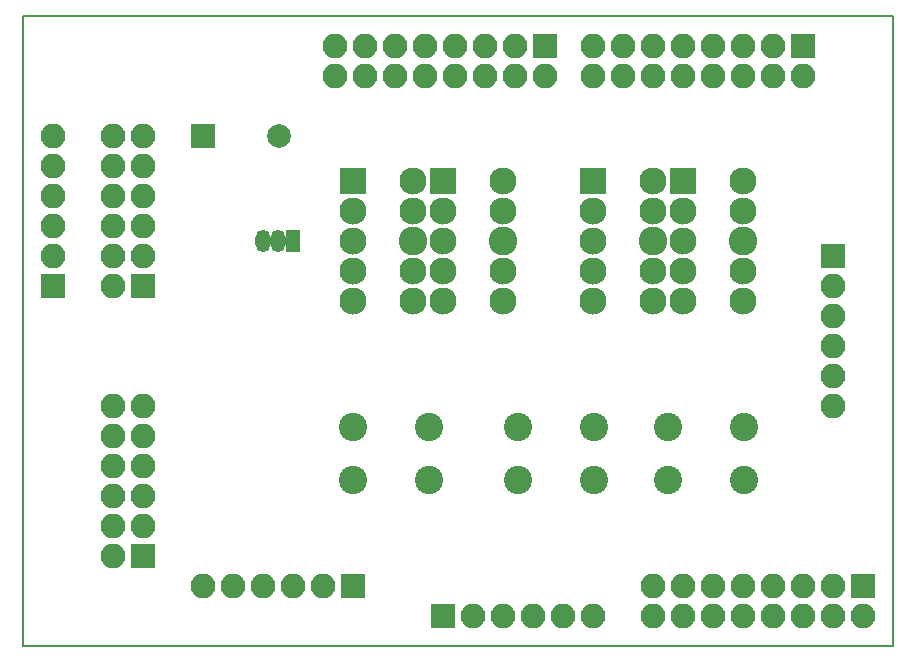
<source format=gbr>
G04 #@! TF.FileFunction,Soldermask,Top*
%FSLAX46Y46*%
G04 Gerber Fmt 4.6, Leading zero omitted, Abs format (unit mm)*
G04 Created by KiCad (PCBNEW 4.0.7) date Fri Jun  7 08:16:43 2019*
%MOMM*%
%LPD*%
G01*
G04 APERTURE LIST*
%ADD10C,0.100000*%
%ADD11C,0.150000*%
%ADD12R,2.299920X2.299920*%
%ADD13C,2.299920*%
%ADD14C,2.432000*%
%ADD15R,2.100000X2.100000*%
%ADD16O,2.100000X2.100000*%
%ADD17R,2.000000X2.000000*%
%ADD18C,2.000000*%
%ADD19O,1.300000X1.900000*%
%ADD20R,1.300000X1.900000*%
%ADD21C,2.400000*%
G04 APERTURE END LIST*
D10*
D11*
X17780000Y-71120000D02*
X17780000Y-17780000D01*
X91440000Y-71120000D02*
X17780000Y-71120000D01*
X91440000Y-17780000D02*
X91440000Y-71120000D01*
X17780000Y-17780000D02*
X91440000Y-17780000D01*
D12*
X45720000Y-31750000D03*
D13*
X45720000Y-34290000D03*
X45720000Y-36830000D03*
X45720000Y-39370000D03*
X45720000Y-41910000D03*
X50800000Y-41910000D03*
X50800000Y-39370000D03*
D14*
X50800000Y-36830000D03*
D13*
X50800000Y-34290000D03*
X50800000Y-31750000D03*
D12*
X66040000Y-31750000D03*
D13*
X66040000Y-34290000D03*
X66040000Y-36830000D03*
X66040000Y-39370000D03*
X66040000Y-41910000D03*
X71120000Y-41910000D03*
X71120000Y-39370000D03*
D14*
X71120000Y-36830000D03*
D13*
X71120000Y-34290000D03*
X71120000Y-31750000D03*
D12*
X73660000Y-31750000D03*
D13*
X73660000Y-34290000D03*
X73660000Y-36830000D03*
X73660000Y-39370000D03*
X73660000Y-41910000D03*
X78740000Y-41910000D03*
X78740000Y-39370000D03*
D14*
X78740000Y-36830000D03*
D13*
X78740000Y-34290000D03*
X78740000Y-31750000D03*
D12*
X53340000Y-31750000D03*
D13*
X53340000Y-34290000D03*
X53340000Y-36830000D03*
X53340000Y-39370000D03*
X53340000Y-41910000D03*
X58420000Y-41910000D03*
X58420000Y-39370000D03*
D14*
X58420000Y-36830000D03*
D13*
X58420000Y-34290000D03*
X58420000Y-31750000D03*
D15*
X20320000Y-40640000D03*
D16*
X20320000Y-38100000D03*
X20320000Y-35560000D03*
X20320000Y-33020000D03*
X20320000Y-30480000D03*
X20320000Y-27940000D03*
D15*
X88900000Y-66040000D03*
D16*
X88900000Y-68580000D03*
X86360000Y-66040000D03*
X86360000Y-68580000D03*
X83820000Y-66040000D03*
X83820000Y-68580000D03*
X81280000Y-66040000D03*
X81280000Y-68580000D03*
X78740000Y-66040000D03*
X78740000Y-68580000D03*
X76200000Y-66040000D03*
X76200000Y-68580000D03*
X73660000Y-66040000D03*
X73660000Y-68580000D03*
X71120000Y-66040000D03*
X71120000Y-68580000D03*
D15*
X45720000Y-66040000D03*
D16*
X43180000Y-66040000D03*
X40640000Y-66040000D03*
X38100000Y-66040000D03*
X35560000Y-66040000D03*
X33020000Y-66040000D03*
D15*
X61976000Y-20320000D03*
D16*
X61976000Y-22860000D03*
X59436000Y-20320000D03*
X59436000Y-22860000D03*
X56896000Y-20320000D03*
X56896000Y-22860000D03*
X54356000Y-20320000D03*
X54356000Y-22860000D03*
X51816000Y-20320000D03*
X51816000Y-22860000D03*
X49276000Y-20320000D03*
X49276000Y-22860000D03*
X46736000Y-20320000D03*
X46736000Y-22860000D03*
X44196000Y-20320000D03*
X44196000Y-22860000D03*
D15*
X53340000Y-68580000D03*
D16*
X55880000Y-68580000D03*
X58420000Y-68580000D03*
X60960000Y-68580000D03*
X63500000Y-68580000D03*
X66040000Y-68580000D03*
D15*
X83820000Y-20320000D03*
D16*
X83820000Y-22860000D03*
X81280000Y-20320000D03*
X81280000Y-22860000D03*
X78740000Y-20320000D03*
X78740000Y-22860000D03*
X76200000Y-20320000D03*
X76200000Y-22860000D03*
X73660000Y-20320000D03*
X73660000Y-22860000D03*
X71120000Y-20320000D03*
X71120000Y-22860000D03*
X68580000Y-20320000D03*
X68580000Y-22860000D03*
X66040000Y-20320000D03*
X66040000Y-22860000D03*
D15*
X86360000Y-38100000D03*
D16*
X86360000Y-40640000D03*
X86360000Y-43180000D03*
X86360000Y-45720000D03*
X86360000Y-48260000D03*
X86360000Y-50800000D03*
D15*
X27940000Y-40640000D03*
D16*
X25400000Y-40640000D03*
X27940000Y-38100000D03*
X25400000Y-38100000D03*
X27940000Y-35560000D03*
X25400000Y-35560000D03*
X27940000Y-33020000D03*
X25400000Y-33020000D03*
X27940000Y-30480000D03*
X25400000Y-30480000D03*
X27940000Y-27940000D03*
X25400000Y-27940000D03*
D15*
X27940000Y-63500000D03*
D16*
X25400000Y-63500000D03*
X27940000Y-60960000D03*
X25400000Y-60960000D03*
X27940000Y-58420000D03*
X25400000Y-58420000D03*
X27940000Y-55880000D03*
X25400000Y-55880000D03*
X27940000Y-53340000D03*
X25400000Y-53340000D03*
X27940000Y-50800000D03*
X25400000Y-50800000D03*
D17*
X33020000Y-27940000D03*
D18*
X39520000Y-27940000D03*
D19*
X39370000Y-36830000D03*
X38100000Y-36830000D03*
D20*
X40640000Y-36830000D03*
D21*
X45720000Y-57078000D03*
X45720000Y-52578000D03*
X52220000Y-57078000D03*
X52220000Y-52578000D03*
X59690000Y-57078000D03*
X59690000Y-52578000D03*
X66190000Y-57078000D03*
X66190000Y-52578000D03*
X72390000Y-57078000D03*
X72390000Y-52578000D03*
X78890000Y-57078000D03*
X78890000Y-52578000D03*
M02*

</source>
